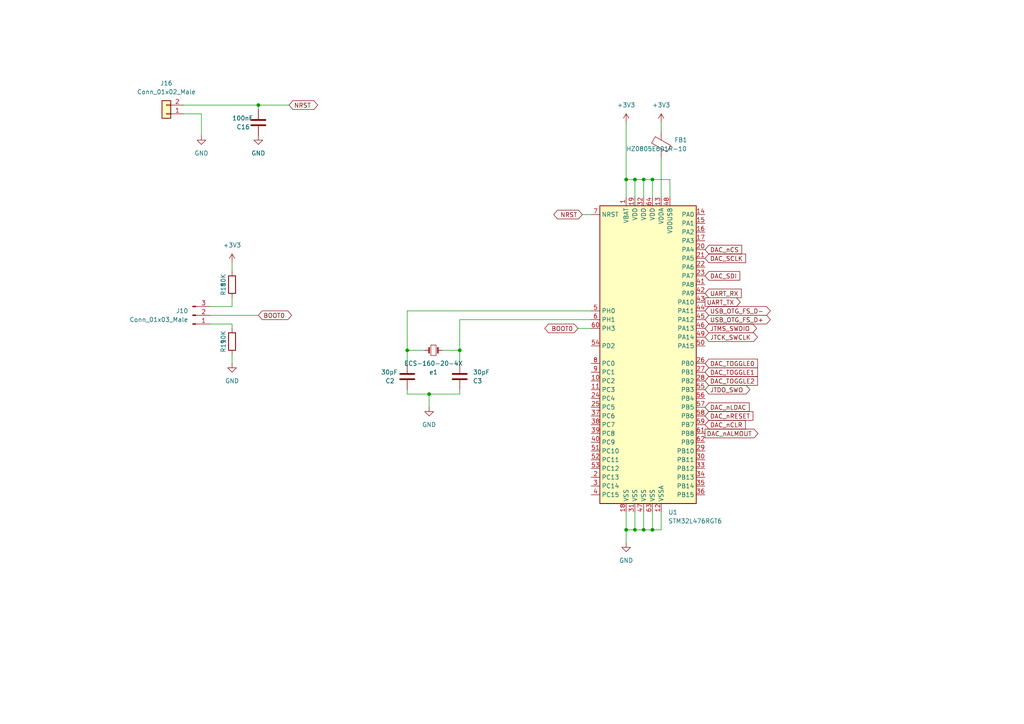
<source format=kicad_sch>
(kicad_sch (version 20231120) (generator "eeschema") (generator_version "8.0")
  (paper "A4")
  (lib_symbols
    (symbol "Connector:Conn_01x03_Male" (pin_names (offset 1.016) hide)
      (property "Reference" "J" (at 0 5.08 0))
      (property "Value" "Conn_01x03_Male" (at 0 -5.08 0))
      (symbol "Conn_01x03_Male_1_1"
        (polyline (pts (xy 1.27 -2.54) (xy 0.8636 -2.54)) (stroke (width 0.1524)))
        (polyline (pts (xy 1.27 0) (xy 0.8636 0)) (stroke (width 0.1524)))
        (polyline (pts (xy 1.27 2.54) (xy 0.8636 2.54)) (stroke (width 0.1524)))
        (rectangle (start 0.8636 -2.413) (end 0 -2.667) (stroke (width 0.1524)) (fill (type outline)))
        (rectangle (start 0.8636 0.127) (end 0 -0.127) (stroke (width 0.1524)) (fill (type outline)))
        (rectangle (start 0.8636 2.667) (end 0 2.413) (stroke (width 0.1524)) (fill (type outline)))
        (pin passive line (at 5.08 2.54 180) (length 3.81) (name "Pin_1") (number "1"))
        (pin passive line (at 5.08 0 180) (length 3.81) (name "Pin_2") (number "2"))
        (pin passive line (at 5.08 -2.54 180) (length 3.81) (name "Pin_3") (number "3"))
      )
    )
    (symbol "Connector_Generic:Conn_01x02" (pin_names (offset 1.016) hide)
      (property "Reference" "J" (at 0 2.54 0))
      (property "Value" "Conn_01x02" (at 0 -5.08 0))
      (symbol "Conn_01x02_1_1"
        (rectangle (start -1.27 -2.413) (end 0 -2.667) (stroke (width 0.1524)))
        (rectangle (start -1.27 0.127) (end 0 -0.127) (stroke (width 0.1524)))
        (rectangle (start -1.27 1.27) (end 1.27 -3.81) (stroke (width 0.254)) (fill (type background)))
        (pin passive line (at -5.08 0 0) (length 3.81) (name "Pin_1") (number "1"))
        (pin passive line (at -5.08 -2.54 0) (length 3.81) (name "Pin_2") (number "2"))
      )
    )
    (symbol "Device:C" (pin_numbers hide) (pin_names (offset 0.254))
      (property "Reference" "C" (at 0.635 2.54 0))
      (property "Value" "C" (at 0.635 -2.54 0))
      (symbol "C_0_1"
        (polyline (pts (xy -2.032 -0.762) (xy 2.032 -0.762)) (stroke (width 0.508)))
        (polyline (pts (xy -2.032 0.762) (xy 2.032 0.762)) (stroke (width 0.508)))
      )
      (symbol "C_1_1"
        (pin passive line (at 0 3.81 270) (length 2.794) (name "~") (number "1"))
        (pin passive line (at 0 -3.81 90) (length 2.794) (name "~") (number "2"))
      )
    )
    (symbol "Device:Crystal_Small" (pin_numbers hide) (pin_names (offset 1.016) hide)
      (property "Reference" "Y" (at 0 2.54 0))
      (property "Value" "Crystal_Small" (at 0 -2.54 0))
      (symbol "Crystal_Small_0_1"
        (rectangle (start -0.762 -1.524) (end 0.762 1.524))
        (polyline (pts (xy -1.27 -0.762) (xy -1.27 0.762)) (stroke (width 0.381)))
        (polyline (pts (xy 1.27 -0.762) (xy 1.27 0.762)) (stroke (width 0.381)))
      )
      (symbol "Crystal_Small_1_1"
        (pin passive line (at -2.54 0 0) (length 1.27) (name "1") (number "1"))
        (pin passive line (at 2.54 0 180) (length 1.27) (name "2") (number "2"))
      )
    )
    (symbol "Device:FerriteBead" (pin_numbers hide) (pin_names (offset 0))
      (property "Reference" "FB" (at -3.81 0.635 90))
      (property "Value" "FerriteBead" (at 3.81 0 90))
      (symbol "FerriteBead_0_1"
        (polyline (pts (xy 0 -1.27) (xy 0 -1.2192)))
        (polyline (pts (xy 0 1.27) (xy 0 1.2954)))
        (polyline (pts (xy -2.7686 0.4064) (xy -1.7018 2.2606) (xy 2.7686 -0.3048) (xy 1.6764 -2.159) (xy -2.7686 0.4064)))
      )
      (symbol "FerriteBead_1_1"
        (pin passive line (at 0 3.81 270) (length 2.54) (name "~") (number "1"))
        (pin passive line (at 0 -3.81 90) (length 2.54) (name "~") (number "2"))
      )
    )
    (symbol "Device:R" (pin_numbers hide) (pin_names (offset 0))
      (property "Reference" "R" (at 2.032 0 90))
      (property "Value" "R" (at 0 0 90))
      (symbol "R_0_1"
        (rectangle (start -1.016 -2.54) (end 1.016 2.54) (stroke (width 0.254)))
      )
      (symbol "R_1_1"
        (pin passive line (at 0 3.81 270) (length 1.27) (name "~") (number "1"))
        (pin passive line (at 0 -3.81 90) (length 1.27) (name "~") (number "2"))
      )
    )
    (symbol "MCU_ST_STM32L4:STM32L496RGTx"
      (property "Reference" "U" (at -15.24 44.45 0))
      (property "Value" "STM32L496RGTx" (at 7.62 44.45 0))
      (symbol "STM32L496RGTx_0_1"
        (rectangle (start -15.24 -43.18) (end 12.7 43.18) (stroke (width 0.254)) (fill (type background)))
      )
      (symbol "STM32L496RGTx_1_1"
        (pin power_in line (at -7.62 45.72 270) (length 2.54) (name "VBAT") (number "1"))
        (pin bidirectional line (at -17.78 -7.62 0) (length 2.54) (name "PC2") (number "10"))
        (pin bidirectional line (at -17.78 -10.16 0) (length 2.54) (name "PC3") (number "11"))
        (pin power_in line (at 2.54 -45.72 90) (length 2.54) (name "VSSA") (number "12"))
        (pin power_in line (at 2.54 45.72 270) (length 2.54) (name "VDDA") (number "13"))
        (pin bidirectional line (at 15.24 40.64 180) (length 2.54) (name "PA0") (number "14"))
        (pin bidirectional line (at 15.24 38.1 180) (length 2.54) (name "PA1") (number "15"))
        (pin bidirectional line (at 15.24 35.56 180) (length 2.54) (name "PA2") (number "16"))
        (pin bidirectional line (at 15.24 33.02 180) (length 2.54) (name "PA3") (number "17"))
        (pin power_in line (at -7.62 -45.72 90) (length 2.54) (name "VSS") (number "18"))
        (pin power_in line (at -5.08 45.72 270) (length 2.54) (name "VDD") (number "19"))
        (pin bidirectional line (at -17.78 -35.56 0) (length 2.54) (name "PC13") (number "2"))
        (pin bidirectional line (at 15.24 30.48 180) (length 2.54) (name "PA4") (number "20"))
        (pin bidirectional line (at 15.24 27.94 180) (length 2.54) (name "PA5") (number "21"))
        (pin bidirectional line (at 15.24 25.4 180) (length 2.54) (name "PA6") (number "22"))
        (pin bidirectional line (at 15.24 22.86 180) (length 2.54) (name "PA7") (number "23"))
        (pin bidirectional line (at -17.78 -12.7 0) (length 2.54) (name "PC4") (number "24"))
        (pin bidirectional line (at -17.78 -15.24 0) (length 2.54) (name "PC5") (number "25"))
        (pin bidirectional line (at 15.24 -2.54 180) (length 2.54) (name "PB0") (number "26"))
        (pin bidirectional line (at 15.24 -5.08 180) (length 2.54) (name "PB1") (number "27"))
        (pin bidirectional line (at 15.24 -7.62 180) (length 2.54) (name "PB2") (number "28"))
        (pin bidirectional line (at 15.24 -27.94 180) (length 2.54) (name "PB10") (number "29"))
        (pin bidirectional line (at -17.78 -38.1 0) (length 2.54) (name "PC14") (number "3"))
        (pin bidirectional line (at 15.24 -30.48 180) (length 2.54) (name "PB11") (number "30"))
        (pin power_in line (at -5.08 -45.72 90) (length 2.54) (name "VSS") (number "31"))
        (pin power_in line (at -2.54 45.72 270) (length 2.54) (name "VDD") (number "32"))
        (pin bidirectional line (at 15.24 -33.02 180) (length 2.54) (name "PB12") (number "33"))
        (pin bidirectional line (at 15.24 -35.56 180) (length 2.54) (name "PB13") (number "34"))
        (pin bidirectional line (at 15.24 -38.1 180) (length 2.54) (name "PB14") (number "35"))
        (pin bidirectional line (at 15.24 -40.64 180) (length 2.54) (name "PB15") (number "36"))
        (pin bidirectional line (at -17.78 -17.78 0) (length 2.54) (name "PC6") (number "37"))
        (pin bidirectional line (at -17.78 -20.32 0) (length 2.54) (name "PC7") (number "38"))
        (pin bidirectional line (at -17.78 -22.86 0) (length 2.54) (name "PC8") (number "39"))
        (pin bidirectional line (at -17.78 -40.64 0) (length 2.54) (name "PC15") (number "4"))
        (pin bidirectional line (at -17.78 -25.4 0) (length 2.54) (name "PC9") (number "40"))
        (pin bidirectional line (at 15.24 20.32 180) (length 2.54) (name "PA8") (number "41"))
        (pin bidirectional line (at 15.24 17.78 180) (length 2.54) (name "PA9") (number "42"))
        (pin bidirectional line (at 15.24 15.24 180) (length 2.54) (name "PA10") (number "43"))
        (pin bidirectional line (at 15.24 12.7 180) (length 2.54) (name "PA11") (number "44"))
        (pin bidirectional line (at 15.24 10.16 180) (length 2.54) (name "PA12") (number "45"))
        (pin bidirectional line (at 15.24 7.62 180) (length 2.54) (name "PA13") (number "46"))
        (pin power_in line (at -2.54 -45.72 90) (length 2.54) (name "VSS") (number "47"))
        (pin power_in line (at 5.08 45.72 270) (length 2.54) (name "VDDUSB") (number "48"))
        (pin bidirectional line (at 15.24 5.08 180) (length 2.54) (name "PA14") (number "49"))
        (pin input line (at -17.78 12.7 0) (length 2.54) (name "PH0") (number "5"))
        (pin bidirectional line (at 15.24 2.54 180) (length 2.54) (name "PA15") (number "50"))
        (pin bidirectional line (at -17.78 -27.94 0) (length 2.54) (name "PC10") (number "51"))
        (pin bidirectional line (at -17.78 -30.48 0) (length 2.54) (name "PC11") (number "52"))
        (pin bidirectional line (at -17.78 -33.02 0) (length 2.54) (name "PC12") (number "53"))
        (pin bidirectional line (at -17.78 2.54 0) (length 2.54) (name "PD2") (number "54"))
        (pin bidirectional line (at 15.24 -10.16 180) (length 2.54) (name "PB3") (number "55"))
        (pin bidirectional line (at 15.24 -12.7 180) (length 2.54) (name "PB4") (number "56"))
        (pin bidirectional line (at 15.24 -15.24 180) (length 2.54) (name "PB5") (number "57"))
        (pin bidirectional line (at 15.24 -17.78 180) (length 2.54) (name "PB6") (number "58"))
        (pin bidirectional line (at 15.24 -20.32 180) (length 2.54) (name "PB7") (number "59"))
        (pin input line (at -17.78 10.16 0) (length 2.54) (name "PH1") (number "6"))
        (pin bidirectional line (at -17.78 7.62 0) (length 2.54) (name "PH3") (number "60"))
        (pin bidirectional line (at 15.24 -22.86 180) (length 2.54) (name "PB8") (number "61"))
        (pin bidirectional line (at 15.24 -25.4 180) (length 2.54) (name "PB9") (number "62"))
        (pin power_in line (at 0 -45.72 90) (length 2.54) (name "VSS") (number "63"))
        (pin power_in line (at 0 45.72 270) (length 2.54) (name "VDD") (number "64"))
        (pin input line (at -17.78 40.64 0) (length 2.54) (name "NRST") (number "7"))
        (pin bidirectional line (at -17.78 -2.54 0) (length 2.54) (name "PC0") (number "8"))
        (pin bidirectional line (at -17.78 -5.08 0) (length 2.54) (name "PC1") (number "9"))
      )
    )
    (symbol "power:+3.3V" (power) (pin_names (offset 0))
      (property "Value" "+3.3V" (at 0 3.556 0))
      (symbol "+3.3V_0_1"
        (polyline (pts (xy -0.762 1.27) (xy 0 2.54)))
        (polyline (pts (xy 0 0) (xy 0 2.54)))
        (polyline (pts (xy 0 2.54) (xy 0.762 1.27)))
      )
      (symbol "+3.3V_1_1"
        (pin power_in line (at 0 0 90) (length 0) hide (name "+3V3") (number "1"))
      )
    )
    (symbol "power:GND" (power) (pin_names (offset 0))
      (property "Value" "GND" (at 0 -3.81 0))
      (symbol "GND_0_1"
        (polyline (pts (xy 0 0) (xy 0 -1.27) (xy 1.27 -1.27) (xy 0 -2.54) (xy -1.27 -1.27) (xy 0 -1.27)))
      )
      (symbol "GND_1_1"
        (pin power_in line (at 0 0 270) (length 0) hide (name "GND") (number "1"))
      )
    )
  )
  (junction (at 189.23 153.67))
  (junction (at 74.93 30.48))
  (junction (at 189.23 52.07))
  (junction (at 133.35 101.6))
  (junction (at 184.15 52.07))
  (junction (at 181.61 52.07))
  (junction (at 186.69 153.67))
  (junction (at 186.69 52.07))
  (junction (at 118.11 101.6))
  (junction (at 184.15 153.67))
  (junction (at 124.46 114.3))
  (junction (at 181.61 153.67))
  (wire (pts (xy 194.31 57.15) (xy 194.31 52.07)))
  (wire (pts (xy 184.15 52.07) (xy 181.61 52.07)))
  (wire (pts (xy 184.15 153.67) (xy 181.61 153.67)))
  (wire (pts (xy 186.69 57.15) (xy 186.69 52.07)))
  (wire (pts (xy 60.96 91.44) (xy 74.93 91.44)))
  (wire (pts (xy 67.31 93.98) (xy 67.31 95.25)))
  (wire (pts (xy 184.15 148.59) (xy 184.15 153.67)))
  (wire (pts (xy 133.35 114.3) (xy 133.35 113.03)))
  (wire (pts (xy 181.61 153.67) (xy 181.61 157.48)))
  (wire (pts (xy 133.35 92.71) (xy 133.35 101.6)))
  (wire (pts (xy 133.35 101.6) (xy 133.35 105.41)))
  (wire (pts (xy 191.77 153.67) (xy 189.23 153.67)))
  (wire (pts (xy 186.69 153.67) (xy 184.15 153.67)))
  (wire (pts (xy 118.11 90.17) (xy 118.11 101.6)))
  (wire (pts (xy 189.23 52.07) (xy 186.69 52.07)))
  (wire (pts (xy 118.11 90.17) (xy 171.45 90.17)))
  (wire (pts (xy 67.31 102.87) (xy 67.31 105.41)))
  (wire (pts (xy 186.69 52.07) (xy 184.15 52.07)))
  (wire (pts (xy 58.42 33.02) (xy 58.42 39.37)))
  (wire (pts (xy 184.15 57.15) (xy 184.15 52.07)))
  (wire (pts (xy 118.11 114.3) (xy 118.11 113.03)))
  (wire (pts (xy 171.45 92.71) (xy 133.35 92.71)))
  (wire (pts (xy 123.19 101.6) (xy 118.11 101.6)))
  (wire (pts (xy 189.23 57.15) (xy 189.23 52.07)))
  (wire (pts (xy 181.61 148.59) (xy 181.61 153.67)))
  (wire (pts (xy 53.34 30.48) (xy 74.93 30.48)))
  (wire (pts (xy 118.11 101.6) (xy 118.11 105.41)))
  (wire (pts (xy 194.31 52.07) (xy 189.23 52.07)))
  (wire (pts (xy 191.77 45.72) (xy 191.77 57.15)))
  (wire (pts (xy 74.93 30.48) (xy 83.82 30.48)))
  (wire (pts (xy 124.46 114.3) (xy 124.46 118.11)))
  (wire (pts (xy 53.34 33.02) (xy 58.42 33.02)))
  (wire (pts (xy 60.96 93.98) (xy 67.31 93.98)))
  (wire (pts (xy 128.27 101.6) (xy 133.35 101.6)))
  (wire (pts (xy 189.23 148.59) (xy 189.23 153.67)))
  (wire (pts (xy 186.69 148.59) (xy 186.69 153.67)))
  (wire (pts (xy 181.61 52.07) (xy 181.61 57.15)))
  (wire (pts (xy 67.31 76.2) (xy 67.31 78.74)))
  (wire (pts (xy 191.77 148.59) (xy 191.77 153.67)))
  (wire (pts (xy 191.77 35.56) (xy 191.77 38.1)))
  (wire (pts (xy 67.31 88.9) (xy 60.96 88.9)))
  (wire (pts (xy 67.31 86.36) (xy 67.31 88.9)))
  (wire (pts (xy 189.23 153.67) (xy 186.69 153.67)))
  (wire (pts (xy 181.61 35.56) (xy 181.61 52.07)))
  (wire (pts (xy 167.64 95.25) (xy 171.45 95.25)))
  (wire (pts (xy 168.91 62.23) (xy 171.45 62.23)))
  (wire (pts (xy 118.11 114.3) (xy 124.46 114.3)))
  (wire (pts (xy 124.46 114.3) (xy 133.35 114.3)))
  (wire (pts (xy 74.93 31.75) (xy 74.93 30.48)))
  (global_label "DAC_nRESET" (shape input) (at 204.47 120.65 0) (property "Intersheetrefs" "${INTERSHEET_REFS}" (effects (hide yes))))
  (global_label "DAC_nLDAC" (shape input) (at 204.47 118.11 0) (property "Intersheetrefs" "${INTERSHEET_REFS}" (effects (hide yes))))
  (global_label "DAC_nCLR" (shape input) (at 204.47 123.19 0) (property "Intersheetrefs" "${INTERSHEET_REFS}" (effects (hide yes))))
  (global_label "DAC_SCLK" (shape input) (at 204.47 74.93 0) (property "Intersheetrefs" "${INTERSHEET_REFS}" (effects (hide yes))))
  (global_label "DAC_TOGGLE1" (shape input) (at 204.47 107.95 0) (property "Intersheetrefs" "${INTERSHEET_REFS}" (effects (hide yes))))
  (global_label "JTMS_SWDIO" (shape bidirectional) (at 204.47 95.25 0) (property "Intersheetrefs" "${INTERSHEET_REFS}" (effects (hide yes))))
  (global_label "JTCK_SWCLK" (shape bidirectional) (at 204.47 97.79 0) (property "Intersheetrefs" "${INTERSHEET_REFS}" (effects (hide yes))))
  (global_label "DAC_SDI" (shape input) (at 204.47 80.01 0) (property "Intersheetrefs" "${INTERSHEET_REFS}" (effects (hide yes))))
  (global_label "BOOT0" (shape bidirectional) (at 74.93 91.44 0) (property "Intersheetrefs" "${INTERSHEET_REFS}" (effects (hide yes))))
  (global_label "DAC_nCS" (shape input) (at 204.47 72.39 0) (property "Intersheetrefs" "${INTERSHEET_REFS}" (effects (hide yes))))
  (global_label "UART_TX" (shape output) (at 204.47 87.63 0) (property "Intersheetrefs" "${INTERSHEET_REFS}" (effects (hide yes))))
  (global_label "NRST" (shape bidirectional) (at 168.91 62.23 180) (property "Intersheetrefs" "${INTERSHEET_REFS}" (effects (hide yes))))
  (global_label "DAC_TOGGLE0" (shape input) (at 204.47 105.41 0) (property "Intersheetrefs" "${INTERSHEET_REFS}" (effects (hide yes))))
  (global_label "DAC_nALMOUT" (shape output) (at 204.47 125.73 0) (property "Intersheetrefs" "${INTERSHEET_REFS}" (effects (hide yes))))
  (global_label "UART_RX" (shape input) (at 204.47 85.09 0) (property "Intersheetrefs" "${INTERSHEET_REFS}" (effects (hide yes))))
  (global_label "BOOT0" (shape bidirectional) (at 167.64 95.25 180) (property "Intersheetrefs" "${INTERSHEET_REFS}" (effects (hide yes))))
  (global_label "NRST" (shape bidirectional) (at 83.82 30.48 0) (property "Intersheetrefs" "${INTERSHEET_REFS}" (effects (hide yes))))
  (global_label "JTDO_SWO" (shape bidirectional) (at 204.47 113.03 0) (property "Intersheetrefs" "${INTERSHEET_REFS}" (effects (hide yes))))
  (global_label "USB_OTG_FS_D-" (shape bidirectional) (at 204.47 90.17 0) (property "Intersheetrefs" "${INTERSHEET_REFS}" (effects (hide yes))))
  (global_label "DAC_TOGGLE2" (shape input) (at 204.47 110.49 0) (property "Intersheetrefs" "${INTERSHEET_REFS}" (effects (hide yes))))
  (global_label "USB_OTG_FS_D+" (shape bidirectional) (at 204.47 92.71 0) (property "Intersheetrefs" "${INTERSHEET_REFS}" (effects (hide yes))))
  (symbol (lib_id "Device:Crystal_Small") (at 125.73 101.6 0) (mirror x) (unit 1)
    (property "Reference" "e1" (at 125.73 107.95 0))
    (property "Value" "ECS-160-20-4X" (at 125.73 105.41 0))
    (property "Footprint" "Crystal:Crystal_HC49-4H_Vertical" (effects (hide yes)))
    (property "Datasheet" "https://www.farnell.com/datasheets/3764756.pdf" (effects (hide yes)))
    (property "Description" "16 MHz ±30ppm Crystal 12pF 30 Ohms HC-49/US" (effects (hide yes)))
    (property "MANUFACTURER" "TXC" (effects (hide yes)))
    (property "Manufacturer_Name" "ECS INC INTERNATIONAL" (effects (hide yes)))
    (property "Manufacturer_Part_Number" "9B-16.000MAAE-B" (effects (hide yes)))
    (property "LCSC" "C2636524" (effects (hide yes)))
    (property "Digi-Key Part Number" "X1103-ND" (effects (hide yes)))
    (property "Farnell" "4059213" (effects (hide yes)))
    (property "Mouser Part Number" "ECS-160-20-4X" (effects (hide yes)))
  )
  (symbol (lib_id "power:GND") (at 74.93 39.37 0) (unit 1)
    (property "Reference" "#PWR0129" (effects (hide yes)))
    (property "Value" "GND" (at 74.93 44.45 0))
    (instances (project "hoatzin" (path "" (reference "#PWR0129") (unit 1))) (project "" (path "" (reference "#PWR023") (unit 1))))
  )
  (symbol (lib_id "Device:C") (at 133.35 109.22 0) (mirror x) (unit 1)
    (property "Reference" "C3" (at 137.16 110.4901 0) (effects (justify left)))
    (property "Value" "30pF" (at 137.16 107.9501 0) (effects (justify left)))
    (property "Footprint" "Capacitor_SMD:C_0805_2012Metric" (effects (hide yes)))
    (property "Datasheet" "https://content.kemet.com/datasheets/KEM_C1003_C0G_SMD.pdf" (effects (hide yes)))
    (property "Description" "20 pF ±5% 50V Ceramic Capacitor C0G, NP0 0805 (2012 Metric)" (effects (hide yes)))
    (property "MANUFACTURER" "Samsung" (effects (hide yes)))
    (property "Manufacturer_Name" "KEMET" (effects (hide yes)))
    (property "Manufacturer_Part_Number" "CL21C200JBANNNC" (effects (hide yes)))
    (property "LCSC" "C1798" (effects (hide yes)))
    (property "Digi-Key Part Number" "399-C0805C300J5GAC7800CT-ND" (effects (hide yes)))
    (property "Farnell" "2581093" (effects (hide yes)))
    (property "Mouser Part Number" "C0805C300J5GACTU" (effects (hide yes)))
    (instances (project "hoatzin" (path "" (reference "C3") (unit 1))) (project "" (path "" (reference "C18") (unit 1))))
  )
  (symbol (lib_id "power:GND") (at 181.61 157.48 0) (unit 1)
    (property "Reference" "#PWR05" (effects (hide yes)))
    (property "Value" "GND" (at 181.61 162.56 0))
    (instances (project "hoatzin" (path "" (reference "#PWR05") (unit 1))) (project "" (path "" (reference "#PWR026") (unit 1))))
  )
  (symbol (lib_id "Device:R") (at 67.31 82.55 0) (unit 1)
    (property "Reference" "R18" (at 64.77 83.82 90))
    (property "Value" "10K" (at 64.77 81.28 90))
    (property "Footprint" "Resistor_SMD:R_0805_2012Metric" (effects (hide yes)))
    (property "Datasheet" "https://4donline.ihs.com/images/VipMasterIC/IC/VISH/VISH-S-A0013672238/VISH-S-A0013672238-1.pdf?hkey=6D3A4C79FDBF58556ACFDE234799DDF0" (effects (hide yes)))
    (property "Description" "1/8W Thick Film Resistors 150V ±1% ±100ppm/℃ -55℃~+155℃ 10kΩ 0805  Chip Resistor - Surface Mount ROHS" (effects (hide yes)))
    (property "MANUFACTURER" "Panasonic Electronic Components" (effects (hide yes)))
    (property "Manufacturer_Name" "VISHAY" (effects (hide yes)))
    (property "Manufacturer_Part_Number" "ERA-6AEB103V" (effects (hide yes)))
    (property "Farnell" "1739242" (effects (hide yes)))
    (property "Mouser Part Number" "CRCW080510K0JNEAIF" (effects (hide yes)))
    (instances (project "hoatzin" (path "" (reference "R18") (unit 1))) (project "" (path "" (reference "R1") (unit 1))))
  )
  (symbol (lib_id "MCU_ST_STM32L4:STM32L496RGTx") (at 189.23 102.87 0) (unit 1)
    (property "Reference" "U1" (at 193.7894 148.59 0) (effects (justify left)))
    (property "Value" "STM32L476RGT6" (at 193.7894 151.13 0) (effects (justify left)))
    (property "Footprint" "Package_QFP:LQFP-64_10x10mm_P0.5mm" (effects (hide yes)))
    (property "Datasheet" "https://www.farnell.com/datasheets/3679146.pdf" (effects (hide yes)))
    (property "Description" "ARM Microcontrollers - MCU Ultra-low-power FPU Arm Cortex-M4 MCU 80 MHz 1 Mbyte of Flash LCD, USB OTG, DFSD" (effects (hide yes)))
    (property "LCSC" "C74797" (effects (hide yes)))
    (property "MANUFACTURER" "STMicroelectronics" (effects (hide yes)))
    (property "Manufacturer_Name" "STMICROELECTRONICS" (effects (hide yes)))
    (property "Manufacturer_Part_Number" "STM32L476RGT6" (effects (hide yes)))
    (property "Farnell Part Number" "2494460" (effects (hide yes)))
    (property "Farnell" "2494460" (effects (hide yes)))
    (property "Mouser Part Number" "STM32L476RGT6" (effects (hide yes)))
    (instances (project "hoatzin" (path "" (reference "U1") (unit 1))) (project "" (path "" (reference "U3") (unit 1))))
  )
  (symbol (lib_id "Connector:Conn_01x03_Male") (at 55.88 91.44 0) (mirror x) (unit 1)
    (property "Reference" "J10" (at 54.61 90.1699 0) (effects (justify right)))
    (property "Value" "Conn_01x03_Male" (at 54.61 92.7099 0) (effects (justify right)))
    (property "Footprint" "Connector_PinHeader_2.54mm:PinHeader_1x03_P2.54mm_Vertical" (effects (hide yes)))
    (property "Datasheet" "https://www.te.com/usa-en/product-3-644456-3.datasheet.pdf" (effects (hide yes)))
    (property "Description" "Connector Header Through Hole 4 position 0.100\" (2.54mm)" (effects (hide yes)))
    (property "MANUFACTURER" "Samtec" (effects (hide yes)))
    (property "Manufacturer_Name" "AMP - TE CONNECTIVITY" (effects (hide yes)))
    (property "Manufacturer_Part_Number" "TSW-103-14-TM-S" (effects (hide yes)))
    (property "Farnell" "3398484" (effects (hide yes)))
    (property "Mouser Part Number" "3-644456-3" (effects (hide yes)))
    (instances (project "hoatzin" (path "" (reference "J10") (unit 1))) (project "" (path "" (reference "J6") (unit 1))))
  )
  (symbol (lib_id "Device:C") (at 74.93 35.56 0) (mirror x) (unit 1)
    (property "Reference" "C16" (at 68.58 36.83 0) (effects (justify left)))
    (property "Value" "100nF" (at 67.31 34.29 0) (effects (justify left)))
    (property "Footprint" "Capacitor_SMD:C_0805_2012Metric" (effects (hide yes)))
    (property "Datasheet" "https://datasheets.kyocera-avx.com/FlexitermMLCC.pdf" (effects (hide yes)))
    (property "Description" "50V 100nF X7R ±10% 0805 Multilayer Ceramic Capacitors MLCC - SMD/SMT ROHS" (effects (hide yes)))
    (property "MANUFACTURER" "Samsung" (effects (hide yes)))
    (property "Manufacturer_Name" "KYOCERA AVX" (effects (hide yes)))
    (property "Manufacturer_Part_Number" "CL21B104KBCNNNC" (effects (hide yes)))
    (property "LCSC" "C1711" (effects (hide yes)))
    (property "Digi-Key Part Number" "478-KAF21KR72A104MUCT-ND" (effects (hide yes)))
    (property "Farnell" "3500373" (effects (hide yes)))
    (property "Mouser Part Number" "08051C104M4Z2A" (effects (hide yes)))
  )
  (symbol (lib_id "power:GND") (at 67.31 105.41 0) (unit 1)
    (property "Reference" "#PWR03" (effects (hide yes)))
    (property "Value" "GND" (at 67.31 110.49 0))
    (instances (project "hoatzin" (path "" (reference "#PWR03") (unit 1))) (project "" (path "" (reference "#PWR022") (unit 1))))
  )
  (symbol (lib_id "power:GND") (at 58.42 39.37 0) (unit 1)
    (property "Reference" "#PWR0128" (effects (hide yes)))
    (property "Value" "GND" (at 58.42 44.45 0))
    (instances (project "hoatzin" (path "" (reference "#PWR0128") (unit 1))) (project "" (path "" (reference "#PWR020") (unit 1))))
  )
  (symbol (lib_id "power:+3.3V") (at 181.61 35.56 0) (unit 1)
    (property "Reference" "#PWR08" (effects (hide yes)))
    (property "Value" "+3V3" (at 181.61 30.48 0))
  )
  (symbol (lib_id "Device:FerriteBead") (at 191.77 41.91 0) (unit 1)
    (property "Reference" "FB1" (at 195.58 40.5891 0) (effects (justify left)))
    (property "Value" "HZ0805E601R-10" (at 181.61 43.18 0) (effects (justify left)))
    (property "Footprint" "Inductor_SMD:L_0805_2012Metric" (effects (hide yes)))
    (property "Datasheet" "https://www.farnell.com/datasheets/1685710.pdf" (effects (hide yes)))
    (property "Description" "600 Ohms @ 100 MHz 1 Power, Signal Line Ferrite Bead 0805 (2012 Metric) 500mA 300mOhm" (effects (hide yes)))
    (property "MANUFACTURER" "Laird-Signal Integrity Products" (effects (hide yes)))
    (property "Manufacturer_Name" "LAIRD" (effects (hide yes)))
    (property "Manufacturer_Part_Number" "HZ0805E601R-10" (effects (hide yes)))
    (property "Digi-Key Part Number" "240-2399-1-ND" (effects (hide yes)))
    (property "Farnell" "2292412" (effects (hide yes)))
    (property "Mouser Part Number" "HZ0805E601R-10" (effects (hide yes)))
    (instances (project "hoatzin" (path "" (reference "FB1") (unit 1))) (project "" (path "" (reference "FB2") (unit 1))))
  )
  (symbol (lib_id "Device:R") (at 67.31 99.06 0) (unit 1)
    (property "Reference" "R19" (at 64.77 100.33 90))
    (property "Value" "10K" (at 64.77 97.79 90))
    (property "Footprint" "Resistor_SMD:R_0805_2012Metric" (effects (hide yes)))
    (property "Datasheet" "https://4donline.ihs.com/images/VipMasterIC/IC/VISH/VISH-S-A0013672238/VISH-S-A0013672238-1.pdf?hkey=6D3A4C79FDBF58556ACFDE234799DDF0" (effects (hide yes)))
    (property "Description" "1/8W Thick Film Resistors 150V ±1% ±100ppm/℃ -55℃~+155℃ 10kΩ 0805  Chip Resistor - Surface Mount ROHS" (effects (hide yes)))
    (property "MANUFACTURER" "Panasonic Electronic Components" (effects (hide yes)))
    (property "Manufacturer_Name" "VISHAY" (effects (hide yes)))
    (property "Manufacturer_Part_Number" "ERA-6AEB103V" (effects (hide yes)))
    (property "Farnell" "1739242" (effects (hide yes)))
    (property "Mouser Part Number" "CRCW080510K0JNEAIF" (effects (hide yes)))
    (instances (project "hoatzin" (path "" (reference "R19") (unit 1))) (project "" (path "" (reference "R2") (unit 1))))
  )
  (symbol (lib_id "Device:C") (at 118.11 109.22 0) (mirror x) (unit 1)
    (property "Reference" "C2" (at 111.76 110.49 0) (effects (justify left)))
    (property "Value" "30pF" (at 110.49 107.95 0) (effects (justify left)))
    (property "Footprint" "Capacitor_SMD:C_0805_2012Metric" (effects (hide yes)))
    (property "Datasheet" "https://content.kemet.com/datasheets/KEM_C1003_C0G_SMD.pdf" (effects (hide yes)))
    (property "Description" "20 pF ±5% 50V Ceramic Capacitor C0G, NP0 0805 (2012 Metric)" (effects (hide yes)))
    (property "MANUFACTURER" "Samsung" (effects (hide yes)))
    (property "Manufacturer_Name" "KEMET" (effects (hide yes)))
    (property "Manufacturer_Part_Number" "CL21C200JBANNNC" (effects (hide yes)))
    (property "LCSC" "C1798" (effects (hide yes)))
    (property "Digi-Key Part Number" "399-C0805C300J5GAC7800CT-ND" (effects (hide yes)))
    (property "Farnell" "2581093" (effects (hide yes)))
    (property "Mouser Part Number" "C0805C300J5GACTU" (effects (hide yes)))
    (instances (project "hoatzin" (path "" (reference "C2") (unit 1))) (project "" (path "" (reference "C17") (unit 1))))
  )
  (symbol (lib_id "power:GND") (at 124.46 118.11 0) (unit 1)
    (property "Reference" "#PWR01" (effects (hide yes)))
    (property "Value" "GND" (at 124.46 123.19 0))
    (instances (project "hoatzin" (path "" (reference "#PWR01") (unit 1))) (project "" (path "" (reference "#PWR024") (unit 1))))
  )
  (symbol (lib_id "Connector_Generic:Conn_01x02") (at 48.26 33.02 180) (unit 1)
    (property "Reference" "J16" (at 48.26 24.13 0))
    (property "Value" "Conn_01x02_Male" (at 48.26 26.67 0))
    (property "Footprint" "Connector_PinHeader_2.54mm:PinHeader_1x02_P2.54mm_Horizontal" (effects (hide yes)))
    (property "Datasheet" "https://www.farnell.com/datasheets/3148563.pdf" (effects (hide yes)))
    (property "Description" "Connector Header Through Hole 2 position 0.100\" (2.54mm)" (effects (hide yes)))
    (property "MANUFACTURER" "Samtec" (effects (hide yes)))
    (property "Manufacturer_Name" "MULTICOMP PRO" (effects (hide yes)))
    (property "Manufacturer_Part_Number" "TSW-102-14-TM-S" (effects (hide yes)))
    (property "Farnell" "MC34745" (effects (hide yes)))
    (property "Mouser Part Number" "MC34745" (effects (hide yes)))
    (instances (project "hoatzin" (path "" (reference "J16") (unit 1))) (project "" (path "" (reference "J5") (unit 1))))
  )
  (symbol (lib_id "power:+3.3V") (at 191.77 35.56 0) (unit 1)
    (property "Reference" "#PWR025" (effects (hide yes)))
    (property "Value" "+3V3" (at 191.77 30.48 0))
  )
  (symbol (lib_id "power:+3.3V") (at 67.31 76.2 0) (unit 1)
    (property "Reference" "#PWR021" (effects (hide yes)))
    (property "Value" "+3V3" (at 67.31 71.12 0))
  )
)
</source>
